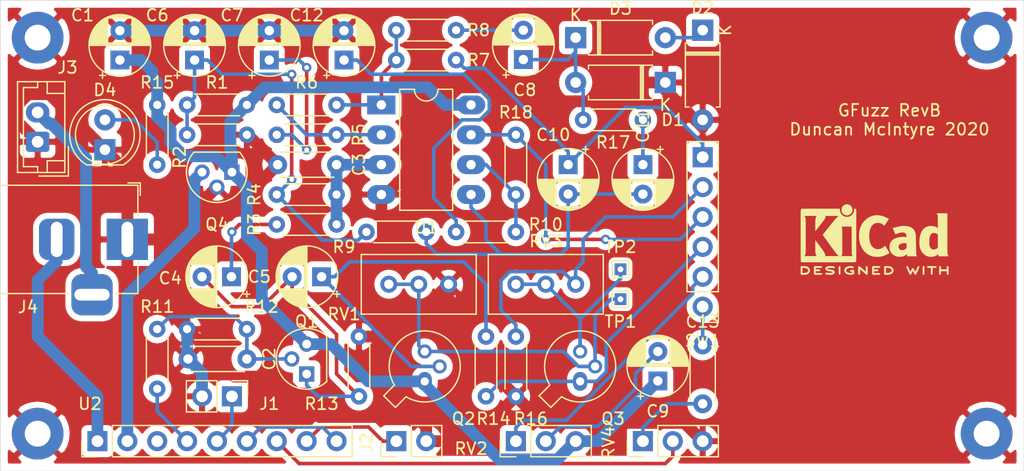
<source format=kicad_pcb>
(kicad_pcb (version 20171130) (host pcbnew "(5.1.4)-1")
  (layers (0 F.Cu signal hide) (31 B.Cu signal hide) (34 B.Paste user) (35 F.Paste user) (36 B.SilkS user) (37 F.SilkS user) (38 B.Mask user) (39 F.Mask user) (44 Edge.Cuts user))
  (net 0 "")
  (net 1 GND)
  (net 2 "Net-(C2-Pad1)")
  (net 3 "Net-(C3-Pad1)")
  (net 4 "Net-(C4-Pad2)")
  (net 5 "Net-(C4-Pad1)")
  (net 6 "Net-(C5-Pad1)")
  (net 7 "Net-(C7-Pad1)")
  (net 8 "Net-(C8-Pad2)")
  (net 9 "Net-(C8-Pad1)")
  (net 10 "Net-(C9-Pad2)")
  (net 11 "Net-(C10-Pad2)")
  (net 12 "Net-(C10-Pad1)")
  (net 13 "Net-(C11-Pad1)")
  (net 14 "Net-(C12-Pad1)")
  (net 15 "Net-(C13-Pad2)")
  (net 16 "Net-(C13-Pad1)")
  (net 17 "Net-(D2-Pad1)")
  (net 18 "Net-(J1-Pad1)")
  (net 19 "Net-(J2-Pad1)")
  (net 20 "Net-(Q3-Pad3)")
  (net 21 "Net-(Q3-Pad1)")
  (net 22 "Net-(R5-Pad1)")
  (net 23 "Net-(R6-Pad1)")
  (net 24 "Net-(R10-Pad1)")
  (net 25 "Net-(R16-Pad2)")
  (net 26 "Net-(R18-Pad1)")
  (net 27 "Net-(RV2-Pad1)")
  (net 28 "Net-(Q2-Pad3)")
  (net 29 +9VA)
  (net 30 "Net-(C6-Pad1)")
  (net 31 "Net-(D4-Pad2)")
  (net 32 INPUT)
  (net 33 OUTPUT)
  (net 34 "Net-(U2-Pad6)")
  (net 35 "Net-(U2-Pad3)")
  (net 36 9VBAT)
  (net 37 9VPSU)
  (net 38 9VSW)
  (module Connector_PinHeader_2.54mm:PinHeader_1x06_P2.54mm_Vertical (layer F.Cu) (at 153.67 109.855 180)
    (fp_text reference SW1 (at 0 -2.921 180) (layer F.SilkS))
    (fp_text value SW_DPDT_x2)
    (pad 6 thru_hole oval (at 0 10.16 180) (size 1.7 1.7) (drill 1) (layers *.Cu *.Mask) (net 25 "Net-(R16-Pad2)"))
    (pad 5 thru_hole oval (at 0 0 180) (size 1.7 1.7) (drill 1) (layers *.Cu *.Mask) (net 15 "Net-(C13-Pad2)"))
    (pad 4 thru_hole oval (at 0 7.62 180) (size 1.7 1.7) (drill 1) (layers *.Cu *.Mask) (net 26 "Net-(R18-Pad1)"))
    (pad 3 thru_hole oval (at 0 5.08 180) (size 1.7 1.7) (drill 1) (layers *.Cu *.Mask) (net 21 "Net-(Q3-Pad1)"))
    (pad 2 thru_hole oval (at 0 2.54 180) (size 1.7 1.7) (drill 1) (layers *.Cu *.Mask) (net 27 "Net-(RV2-Pad1)"))
    (pad 1 thru_hole rect (at 0 12.7 180) (size 1.7 1.7) (drill 1) (layers *.Cu *.Mask) (net 12 "Net-(C10-Pad1)"))
  )
  (module Symbol:KiCad-Logo2_5mm_SilkScreen (layer F.Cu) (at 168.275 104.14)
    (fp_text reference REF** hide)
    (fp_text value KiCad-Logo2_5mm_SilkScreen hide)
  )
  (module Package_TO_SOT_THT:TO-18-3 (layer F.Cu) (at 143.256 116.205 90)
    (fp_text reference Q3 (at -3.175 2.794 180) (layer F.SilkS))
    (fp_text value Q_PNP_CBE)
    (pad 3 thru_hole oval (at 2.54 0 90) (size 1.2 1.2) (drill 0.7) (layers *.Cu *.Mask) (net 20 "Net-(Q3-Pad3)"))
    (pad 2 thru_hole oval (at 1.27 1.27 90) (size 1.2 1.2) (drill 0.7) (layers *.Cu *.Mask) (net 28 "Net-(Q2-Pad3)"))
    (pad 1 thru_hole oval (at 0 0 90) (size 1.6 1.2) (drill 0.7) (layers *.Cu *.Mask) (net 21 "Net-(Q3-Pad1)"))
  )
  (module Connector_PinHeader_2.54mm:PinHeader_1x09_P2.54mm_Vertical (layer F.Cu) (at 102.235 121.285 90)
    (fp_text reference U2 (at 3.175 -0.635 180) (layer F.SilkS))
    (fp_text value SW_STOMP)
    (pad 9 thru_hole oval (at 0 20.32 90) (size 1.7 1.7) (drill 1) (layers *.Cu *.Mask) (net 34 "Net-(U2-Pad6)"))
    (pad 8 thru_hole oval (at 0 17.78 90) (size 1.7 1.7) (drill 1) (layers *.Cu *.Mask) (net 19 "Net-(J2-Pad1)"))
    (pad 7 thru_hole oval (at 0 15.24 90) (size 1.7 1.7) (drill 1) (layers *.Cu *.Mask) (net 33 OUTPUT))
    (pad 6 thru_hole oval (at 0 12.7 90) (size 1.7 1.7) (drill 1) (layers *.Cu *.Mask) (net 34 "Net-(U2-Pad6)"))
    (pad 5 thru_hole oval (at 0 10.16 90) (size 1.7 1.7) (drill 1) (layers *.Cu *.Mask) (net 18 "Net-(J1-Pad1)"))
    (pad 4 thru_hole oval (at 0 7.62 90) (size 1.7 1.7) (drill 1) (layers *.Cu *.Mask) (net 32 INPUT))
    (pad 3 thru_hole oval (at 0 5.08 90) (size 1.7 1.7) (drill 1) (layers *.Cu *.Mask) (net 35 "Net-(U2-Pad3)"))
    (pad 2 thru_hole oval (at 0 2.54 90) (size 1.7 1.7) (drill 1) (layers *.Cu *.Mask) (net 38 9VSW))
    (pad 1 thru_hole rect (at 0 0 90) (size 1.7 1.7) (drill 1) (layers *.Cu *.Mask) (net 37 9VPSU))
  )
  (module TestPoint:TestPoint_THTPad_1.0x1.0mm_Drill0.5mm (layer F.Cu) (at 146.685 106.68 180)
    (fp_text reference TP2 (at 0 1.905) (layer F.SilkS))
    (fp_text value TestPoint)
    (pad 1 thru_hole rect (at 0 0 180) (size 1 1) (drill 0.5) (layers *.Cu *.Mask) (net 20 "Net-(Q3-Pad3)"))
  )
  (module TestPoint:TestPoint_THTPad_1.0x1.0mm_Drill0.5mm (layer F.Cu) (at 146.685 109.22 90)
    (fp_text reference TP1 (at -1.905 0 180) (layer F.SilkS))
    (fp_text value TestPoint)
    (pad 1 thru_hole rect (at 0 0 90) (size 1 1) (drill 0.5) (layers *.Cu *.Mask) (net 28 "Net-(Q2-Pad3)"))
  )
  (module Connector_JST:JST_EH_B2B-EH-A_1x02_P2.50mm_Vertical (layer F.Cu) (at 97.155 95.845 90)
    (fp_text reference J3 (at 6.31 2.54 180) (layer F.SilkS))
    (fp_text value Conn_01x02)
    (pad 2 thru_hole oval (at 2.5 0 90) (size 1.7 2) (drill 1) (layers *.Cu *.Mask) (net 36 9VBAT))
    (pad 1 thru_hole roundrect (at 0 0 90) (size 1.7 2) (drill 1) (layers *.Cu *.Mask) (roundrect_rratio 0.147059) (net 1 GND))
  )
  (module Capacitor_THT:CP_Radial_D5.0mm_P2.50mm (layer F.Cu) (at 104.14 88.9 90)
    (fp_text reference C1 (at 3.81 -3.175 180) (layer F.SilkS))
    (fp_text value 100u)
    (pad 2 thru_hole circle (at 2.5 0 90) (size 1.6 1.6) (drill 0.8) (layers *.Cu *.Mask) (net 1 GND))
    (pad 1 thru_hole rect (at 0 0 90) (size 1.6 1.6) (drill 0.8) (layers *.Cu *.Mask) (net 29 +9VA))
  )
  (module MountingHole:MountingHole_2.2mm_M2_Pad (layer F.Cu) (at 177.8 86.995)
    (fp_text reference REF** hide)
    (fp_text value MountingHole_2.2mm_M2_Pad)
    (pad 1 thru_hole circle (at 0 0) (size 4.4 4.4) (drill 2.2) (layers *.Cu *.Mask) (net 1 GND))
  )
  (module MountingHole:MountingHole_2.2mm_M2_Pad (layer F.Cu) (at 97.155 86.995)
    (fp_text reference REF** hide)
    (fp_text value MountingHole_2.2mm_M2_Pad)
    (pad 1 thru_hole circle (at 0 0) (size 4.4 4.4) (drill 2.2) (layers *.Cu *.Mask) (net 1 GND))
  )
  (module MountingHole:MountingHole_2.2mm_M2_Pad (layer F.Cu) (at 177.8 120.65)
    (fp_text reference REF** hide)
    (fp_text value MountingHole_2.2mm_M2_Pad)
    (pad 1 thru_hole circle (at 0 0) (size 4.4 4.4) (drill 2.2) (layers *.Cu *.Mask) (net 1 GND))
  )
  (module MountingHole:MountingHole_2.2mm_M2_Pad (layer F.Cu) (at 97.155 120.65)
    (fp_text reference REF** hide)
    (fp_text value MountingHole_2.2mm_M2_Pad)
    (pad 1 thru_hole circle (at 0 0) (size 4.4 4.4) (drill 2.2) (layers *.Cu *.Mask) (net 1 GND))
  )
  (module Capacitor_THT:CP_Radial_D5.0mm_P2.50mm (layer F.Cu) (at 110.49 88.9 90)
    (fp_text reference C6 (at 3.81 -3.175 180) (layer F.SilkS))
    (fp_text value 100u)
    (pad 2 thru_hole circle (at 2.5 0 90) (size 1.6 1.6) (drill 0.8) (layers *.Cu *.Mask) (net 1 GND))
    (pad 1 thru_hole rect (at 0 0 90) (size 1.6 1.6) (drill 0.8) (layers *.Cu *.Mask) (net 30 "Net-(C6-Pad1)"))
  )
  (module Potentiometer_THT:Potentiometer_Bourns_3296W_Vertical (layer F.Cu) (at 142.875 107.95)
    (fp_text reference RV3 (at -2.54 -3.66) (layer F.SilkS))
    (fp_text value 15K)
    (pad 3 thru_hole circle (at -5.08 0) (size 1.44 1.44) (drill 0.8) (layers *.Cu *.Mask) (net 20 "Net-(Q3-Pad3)"))
    (pad 2 thru_hole circle (at -2.54 0) (size 1.44 1.44) (drill 0.8) (layers *.Cu *.Mask) (net 20 "Net-(Q3-Pad3)"))
    (pad 1 thru_hole circle (at 0 0) (size 1.44 1.44) (drill 0.8) (layers *.Cu *.Mask) (net 25 "Net-(R16-Pad2)"))
  )
  (module Potentiometer_THT:Potentiometer_Bourns_3296W_Vertical (layer F.Cu) (at 132.08 107.95)
    (fp_text reference RV1 (at -8.89 2.54) (layer F.SilkS))
    (fp_text value 47K)
    (pad 3 thru_hole circle (at -5.08 0) (size 1.44 1.44) (drill 0.8) (layers *.Cu *.Mask) (net 28 "Net-(Q2-Pad3)"))
    (pad 2 thru_hole circle (at -2.54 0) (size 1.44 1.44) (drill 0.8) (layers *.Cu *.Mask) (net 28 "Net-(Q2-Pad3)"))
    (pad 1 thru_hole circle (at 0 0) (size 1.44 1.44) (drill 0.8) (layers *.Cu *.Mask) (net 1 GND))
  )
  (module Diode_THT:D_A-405_P7.62mm_Horizontal (layer F.Cu) (at 142.875 86.995)
    (fp_text reference D3 (at 3.81 -2.47) (layer F.SilkS))
    (fp_text value D)
    (fp_text user K (at 0 -1.9) (layer F.SilkS))
    (pad 2 thru_hole oval (at 7.62 0) (size 1.8 1.8) (drill 0.9) (layers *.Cu *.Mask) (net 17 "Net-(D2-Pad1)"))
    (pad 1 thru_hole rect (at 0 0) (size 1.8 1.8) (drill 0.9) (layers *.Cu *.Mask) (net 9 "Net-(C8-Pad1)"))
  )
  (module Diode_THT:D_A-405_P7.62mm_Horizontal (layer F.Cu) (at 153.67 86.36 270)
    (fp_text reference D2 (at -1.905 0 180) (layer F.SilkS))
    (fp_text value D)
    (fp_text user K (at 0 -1.9 90) (layer F.SilkS))
    (pad 2 thru_hole oval (at 7.62 0 270) (size 1.8 1.8) (drill 0.9) (layers *.Cu *.Mask) (net 1 GND))
    (pad 1 thru_hole rect (at 0 0 270) (size 1.8 1.8) (drill 0.9) (layers *.Cu *.Mask) (net 17 "Net-(D2-Pad1)"))
  )
  (module Diode_THT:D_A-405_P7.62mm_Horizontal (layer F.Cu) (at 150.495 90.805 180)
    (fp_text reference D1 (at -0.635 -3.175) (layer F.SilkS))
    (fp_text value D)
    (fp_text user K (at 0 -1.9) (layer F.SilkS))
    (pad 2 thru_hole oval (at 7.62 0 180) (size 1.8 1.8) (drill 0.9) (layers *.Cu *.Mask) (net 9 "Net-(C8-Pad1)"))
    (pad 1 thru_hole rect (at 0 0 180) (size 1.8 1.8) (drill 0.9) (layers *.Cu *.Mask) (net 1 GND))
  )
  (module Resistor_THT:R_Axial_DIN0204_L3.6mm_D1.6mm_P5.08mm_Horizontal (layer F.Cu) (at 137.795 95.25 270)
    (fp_text reference R18 (at -1.905 0 180) (layer F.SilkS))
    (fp_text value 2k2)
    (pad 2 thru_hole oval (at 5.08 0 270) (size 1.4 1.4) (drill 0.7) (layers *.Cu *.Mask) (net 24 "Net-(R10-Pad1)"))
    (pad 1 thru_hole circle (at 0 0 270) (size 1.4 1.4) (drill 0.7) (layers *.Cu *.Mask) (net 26 "Net-(R18-Pad1)"))
  )
  (module Resistor_THT:R_Axial_DIN0204_L3.6mm_D1.6mm_P5.08mm_Horizontal (layer F.Cu) (at 148.59 93.98 180)
    (fp_text reference R17 (at 2.54 -1.92) (layer F.SilkS))
    (fp_text value 1K)
    (pad 2 thru_hole oval (at 5.08 0 180) (size 1.4 1.4) (drill 0.7) (layers *.Cu *.Mask) (net 9 "Net-(C8-Pad1)"))
    (pad 1 thru_hole circle (at 0 0 180) (size 1.4 1.4) (drill 0.7) (layers *.Cu *.Mask) (net 13 "Net-(C11-Pad1)"))
  )
  (module Resistor_THT:R_Axial_DIN0204_L3.6mm_D1.6mm_P5.08mm_Horizontal (layer F.Cu) (at 137.795 117.475 90)
    (fp_text reference R16 (at -1.905 1.27 180) (layer F.SilkS))
    (fp_text value 470)
    (pad 2 thru_hole oval (at 5.08 0 90) (size 1.4 1.4) (drill 0.7) (layers *.Cu *.Mask) (net 25 "Net-(R16-Pad2)"))
    (pad 1 thru_hole circle (at 0 0 90) (size 1.4 1.4) (drill 0.7) (layers *.Cu *.Mask) (net 1 GND))
  )
  (module Resistor_THT:R_Axial_DIN0204_L3.6mm_D1.6mm_P5.08mm_Horizontal (layer F.Cu) (at 107.315 92.71 270)
    (fp_text reference R15 (at -1.905 0 180) (layer F.SilkS))
    (fp_text value 4k7)
    (pad 2 thru_hole oval (at 5.08 0 270) (size 1.4 1.4) (drill 0.7) (layers *.Cu *.Mask) (net 31 "Net-(D4-Pad2)"))
    (pad 1 thru_hole circle (at 0 0 270) (size 1.4 1.4) (drill 0.7) (layers *.Cu *.Mask) (net 29 +9VA))
  )
  (module Resistor_THT:R_Axial_DIN0204_L3.6mm_D1.6mm_P5.08mm_Horizontal (layer F.Cu) (at 135.255 117.475 90)
    (fp_text reference R14 (at -1.905 0.635 180) (layer F.SilkS))
    (fp_text value 100k)
    (pad 2 thru_hole oval (at 5.08 0 90) (size 1.4 1.4) (drill 0.7) (layers *.Cu *.Mask) (net 6 "Net-(C5-Pad1)"))
    (pad 1 thru_hole circle (at 0 0 90) (size 1.4 1.4) (drill 0.7) (layers *.Cu *.Mask) (net 21 "Net-(Q3-Pad1)"))
  )
  (module Resistor_THT:R_Axial_DIN0204_L3.6mm_D1.6mm_P5.08mm_Horizontal (layer F.Cu) (at 124.46 117.475 90)
    (fp_text reference R13 (at -0.635 -3.175 180) (layer F.SilkS))
    (fp_text value 1k)
    (pad 2 thru_hole oval (at 5.08 0 90) (size 1.4 1.4) (drill 0.7) (layers *.Cu *.Mask) (net 1 GND))
    (pad 1 thru_hole circle (at 0 0 90) (size 1.4 1.4) (drill 0.7) (layers *.Cu *.Mask) (net 4 "Net-(C4-Pad2)"))
  )
  (module Resistor_THT:R_Axial_DIN0204_L3.6mm_D1.6mm_P5.08mm_Horizontal (layer F.Cu) (at 114.935 111.76 180)
    (fp_text reference R12 (at -1.27 1.905 180) (layer F.SilkS))
    (fp_text value 1M)
    (pad 2 thru_hole oval (at 5.08 0 180) (size 1.4 1.4) (drill 0.7) (layers *.Cu *.Mask) (net 1 GND))
    (pad 1 thru_hole circle (at 0 0 180) (size 1.4 1.4) (drill 0.7) (layers *.Cu *.Mask) (net 2 "Net-(C2-Pad1)"))
  )
  (module Resistor_THT:R_Axial_DIN0204_L3.6mm_D1.6mm_P5.08mm_Horizontal (layer F.Cu) (at 107.315 111.76 270)
    (fp_text reference R11 (at -1.905 0 180) (layer F.SilkS))
    (fp_text value 10k)
    (pad 2 thru_hole oval (at 5.08 0 270) (size 1.4 1.4) (drill 0.7) (layers *.Cu *.Mask) (net 32 INPUT))
    (pad 1 thru_hole circle (at 0 0 270) (size 1.4 1.4) (drill 0.7) (layers *.Cu *.Mask) (net 2 "Net-(C2-Pad1)"))
  )
  (module Resistor_THT:R_Axial_DIN0204_L3.6mm_D1.6mm_P5.08mm_Horizontal (layer F.Cu) (at 137.795 103.505 180)
    (fp_text reference R10 (at -2.54 0.635) (layer F.SilkS))
    (fp_text value 1K)
    (pad 2 thru_hole oval (at 5.08 0 180) (size 1.4 1.4) (drill 0.7) (layers *.Cu *.Mask) (net 14 "Net-(C12-Pad1)"))
    (pad 1 thru_hole circle (at 0 0 180) (size 1.4 1.4) (drill 0.7) (layers *.Cu *.Mask) (net 24 "Net-(R10-Pad1)"))
  )
  (module Resistor_THT:R_Axial_DIN0204_L3.6mm_D1.6mm_P5.08mm_Horizontal (layer F.Cu) (at 130.175 103.505 180)
    (fp_text reference R9 (at 6.985 -1.27) (layer F.SilkS))
    (fp_text value 10k)
    (pad 2 thru_hole oval (at 5.08 0 180) (size 1.4 1.4) (drill 0.7) (layers *.Cu *.Mask) (net 30 "Net-(C6-Pad1)"))
    (pad 1 thru_hole circle (at 0 0 180) (size 1.4 1.4) (drill 0.7) (layers *.Cu *.Mask) (net 11 "Net-(C10-Pad2)"))
  )
  (module Resistor_THT:R_Axial_DIN0204_L3.6mm_D1.6mm_P5.08mm_Horizontal (layer F.Cu) (at 132.715 86.36 180)
    (fp_text reference R8 (at -1.905 0) (layer F.SilkS))
    (fp_text value 1k)
    (pad 2 thru_hole oval (at 5.08 0 180) (size 1.4 1.4) (drill 0.7) (layers *.Cu *.Mask) (net 23 "Net-(R6-Pad1)"))
    (pad 1 thru_hole circle (at 0 0 180) (size 1.4 1.4) (drill 0.7) (layers *.Cu *.Mask) (net 8 "Net-(C8-Pad2)"))
  )
  (module Resistor_THT:R_Axial_DIN0204_L3.6mm_D1.6mm_P5.08mm_Horizontal (layer F.Cu) (at 132.715 88.9 180)
    (fp_text reference R7 (at -1.905 0) (layer F.SilkS))
    (fp_text value 1K)
    (pad 2 thru_hole oval (at 5.08 0 180) (size 1.4 1.4) (drill 0.7) (layers *.Cu *.Mask) (net 23 "Net-(R6-Pad1)"))
    (pad 1 thru_hole circle (at 0 0 180) (size 1.4 1.4) (drill 0.7) (layers *.Cu *.Mask) (net 12 "Net-(C10-Pad1)"))
  )
  (module Resistor_THT:R_Axial_DIN0204_L3.6mm_D1.6mm_P5.08mm_Horizontal (layer F.Cu) (at 122.555 92.71 180)
    (fp_text reference R6 (at 2.54 1.905 180) (layer F.SilkS))
    (fp_text value 33k)
    (pad 2 thru_hole oval (at 5.08 0 180) (size 1.4 1.4) (drill 0.7) (layers *.Cu *.Mask) (net 22 "Net-(R5-Pad1)"))
    (pad 1 thru_hole circle (at 0 0 180) (size 1.4 1.4) (drill 0.7) (layers *.Cu *.Mask) (net 23 "Net-(R6-Pad1)"))
  )
  (module Resistor_THT:R_Axial_DIN0204_L3.6mm_D1.6mm_P5.08mm_Horizontal (layer F.Cu) (at 122.555 95.25 180)
    (fp_text reference R5 (at -1.905 0 90) (layer F.SilkS))
    (fp_text value 1k)
    (pad 2 thru_hole oval (at 5.08 0 180) (size 1.4 1.4) (drill 0.7) (layers *.Cu *.Mask) (net 7 "Net-(C7-Pad1)"))
    (pad 1 thru_hole circle (at 0 0 180) (size 1.4 1.4) (drill 0.7) (layers *.Cu *.Mask) (net 22 "Net-(R5-Pad1)"))
  )
  (module Resistor_THT:R_Axial_DIN0204_L3.6mm_D1.6mm_P5.08mm_Horizontal (layer F.Cu) (at 117.475 100.33)
    (fp_text reference R4 (at -1.905 0 90) (layer F.SilkS))
    (fp_text value 100K)
    (pad 2 thru_hole oval (at 5.08 0) (size 1.4 1.4) (drill 0.7) (layers *.Cu *.Mask) (net 3 "Net-(C3-Pad1)"))
    (pad 1 thru_hole circle (at 0 0) (size 1.4 1.4) (drill 0.7) (layers *.Cu *.Mask) (net 30 "Net-(C6-Pad1)"))
  )
  (module Resistor_THT:R_Axial_DIN0204_L3.6mm_D1.6mm_P5.08mm_Horizontal (layer F.Cu) (at 122.555 102.87 180)
    (fp_text reference R3 (at 6.985 0 90) (layer F.SilkS))
    (fp_text value 10k)
    (pad 2 thru_hole oval (at 5.08 0 180) (size 1.4 1.4) (drill 0.7) (layers *.Cu *.Mask) (net 5 "Net-(C4-Pad1)"))
    (pad 1 thru_hole circle (at 0 0 180) (size 1.4 1.4) (drill 0.7) (layers *.Cu *.Mask) (net 3 "Net-(C3-Pad1)"))
  )
  (module Resistor_THT:R_Axial_DIN0204_L3.6mm_D1.6mm_P5.08mm_Horizontal (layer F.Cu) (at 109.855 95.25)
    (fp_text reference R2 (at -0.635 1.905 90) (layer F.SilkS))
    (fp_text value 10k)
    (pad 2 thru_hole oval (at 5.08 0) (size 1.4 1.4) (drill 0.7) (layers *.Cu *.Mask) (net 1 GND))
    (pad 1 thru_hole circle (at 0 0) (size 1.4 1.4) (drill 0.7) (layers *.Cu *.Mask) (net 30 "Net-(C6-Pad1)"))
  )
  (module Resistor_THT:R_Axial_DIN0204_L3.6mm_D1.6mm_P5.08mm_Horizontal (layer F.Cu) (at 109.855 92.71)
    (fp_text reference R1 (at 2.54 -1.905) (layer F.SilkS))
    (fp_text value 10k)
    (pad 2 thru_hole oval (at 5.08 0) (size 1.4 1.4) (drill 0.7) (layers *.Cu *.Mask) (net 29 +9VA))
    (pad 1 thru_hole circle (at 0 0) (size 1.4 1.4) (drill 0.7) (layers *.Cu *.Mask) (net 30 "Net-(C6-Pad1)"))
  )
  (module Connector_BarrelJack:BarrelJack_Horizontal (layer F.Cu) (at 104.775 104.14)
    (fp_text reference J4 (at -8.45 5.75) (layer F.SilkS))
    (fp_text value Barrel_Jack_Switch_MountingPin)
    (pad 3 thru_hole roundrect (at -3 4.7) (size 3.5 3.5) (drill oval 3 1) (layers *.Cu *.Mask) (net 36 9VBAT))
    (pad 2 thru_hole roundrect (at -6 0) (size 3 3.5) (drill oval 1 3) (layers *.Cu *.Mask) (net 37 9VPSU))
    (pad 1 thru_hole rect (at 0 0) (size 3.5 3.5) (drill oval 1 3) (layers *.Cu *.Mask) (net 1 GND))
  )
  (module Package_TO_SOT_THT:TO-92L (layer F.Cu) (at 113.665 98.425 180)
    (fp_text reference Q4 (at 1.27 -4.445) (layer F.SilkS))
    (fp_text value TP0604N3-G)
    (pad 1 thru_hole rect (at 0 0 270) (size 1.3 1.3) (drill 0.75) (layers *.Cu *.Mask) (net 29 +9VA))
    (pad 3 thru_hole circle (at 2.54 0 270) (size 1.3 1.3) (drill 0.75) (layers *.Cu *.Mask) (net 38 9VSW))
    (pad 2 thru_hole circle (at 1.28 -1.27 270) (size 1.3 1.3) (drill 0.75) (layers *.Cu *.Mask) (net 1 GND))
  )
  (module Package_TO_SOT_THT:TO-92L (layer F.Cu) (at 120.015 115.58 90)
    (fp_text reference Q1 (at 4.455 0 180) (layer F.SilkS))
    (fp_text value Q_NJFET_DGS)
    (pad 1 thru_hole rect (at 0 0 180) (size 1.3 1.3) (drill 0.75) (layers *.Cu *.Mask) (net 4 "Net-(C4-Pad2)"))
    (pad 3 thru_hole circle (at 2.54 0 180) (size 1.3 1.3) (drill 0.75) (layers *.Cu *.Mask) (net 29 +9VA))
    (pad 2 thru_hole circle (at 1.28 -1.27 180) (size 1.3 1.3) (drill 0.75) (layers *.Cu *.Mask) (net 2 "Net-(C2-Pad1)"))
  )
  (module LED_THT:LED_D5.0mm (layer F.Cu) (at 102.87 96.52 90)
    (fp_text reference D4 (at 5.08 0 180) (layer F.SilkS))
    (fp_text value LED)
    (pad 2 thru_hole circle (at 2.54 0 90) (size 1.8 1.8) (drill 0.9) (layers *.Cu *.Mask) (net 31 "Net-(D4-Pad2)"))
    (pad 1 thru_hole rect (at 0 0 90) (size 1.8 1.8) (drill 0.9) (layers *.Cu *.Mask) (net 1 GND))
  )
  (module Package_DIP:DIP-8_W7.62mm_LongPads (layer F.Cu) (at 126.365 92.71)
    (fp_text reference U1 (at 3.81 10.414) (layer F.SilkS))
    (fp_text value TL072)
    (pad 8 thru_hole oval (at 7.62 0) (size 2.4 1.6) (drill 0.8) (layers *.Cu *.Mask) (net 29 +9VA))
    (pad 4 thru_hole oval (at 0 7.62) (size 2.4 1.6) (drill 0.8) (layers *.Cu *.Mask) (net 1 GND))
    (pad 7 thru_hole oval (at 7.62 2.54) (size 2.4 1.6) (drill 0.8) (layers *.Cu *.Mask) (net 26 "Net-(R18-Pad1)"))
    (pad 3 thru_hole oval (at 0 5.08) (size 2.4 1.6) (drill 0.8) (layers *.Cu *.Mask) (net 3 "Net-(C3-Pad1)"))
    (pad 6 thru_hole oval (at 7.62 5.08) (size 2.4 1.6) (drill 0.8) (layers *.Cu *.Mask) (net 24 "Net-(R10-Pad1)"))
    (pad 2 thru_hole oval (at 0 2.54) (size 2.4 1.6) (drill 0.8) (layers *.Cu *.Mask) (net 22 "Net-(R5-Pad1)"))
    (pad 5 thru_hole oval (at 7.62 7.62) (size 2.4 1.6) (drill 0.8) (layers *.Cu *.Mask) (net 11 "Net-(C10-Pad2)"))
    (pad 1 thru_hole rect (at 0 0) (size 2.4 1.6) (drill 0.8) (layers *.Cu *.Mask) (net 23 "Net-(R6-Pad1)"))
  )
  (module Connector_PinHeader_2.54mm:PinHeader_1x03_P2.54mm_Vertical (layer F.Cu) (at 148.59 121.285 90)
    (fp_text reference RV4 (at -0.127 -2.921 90) (layer F.SilkS))
    (fp_text value 100k)
    (pad 3 thru_hole oval (at 0 5.08 90) (size 1.7 1.7) (drill 1) (layers *.Cu *.Mask) (net 1 GND))
    (pad 2 thru_hole oval (at 0 2.54 90) (size 1.7 1.7) (drill 1) (layers *.Cu *.Mask) (net 33 OUTPUT))
    (pad 1 thru_hole rect (at 0 0 90) (size 1.7 1.7) (drill 1) (layers *.Cu *.Mask) (net 16 "Net-(C13-Pad1)"))
  )
  (module Connector_PinHeader_2.54mm:PinHeader_1x03_P2.54mm_Vertical (layer F.Cu) (at 137.795 121.285 90)
    (fp_text reference RV2 (at -0.635 -3.81 180) (layer F.SilkS))
    (fp_text value 1k)
    (pad 3 thru_hole oval (at 0 5.08 90) (size 1.7 1.7) (drill 1) (layers *.Cu *.Mask) (net 29 +9VA))
    (pad 2 thru_hole oval (at 0 2.54 90) (size 1.7 1.7) (drill 1) (layers *.Cu *.Mask) (net 10 "Net-(C9-Pad2)"))
    (pad 1 thru_hole rect (at 0 0 90) (size 1.7 1.7) (drill 1) (layers *.Cu *.Mask) (net 27 "Net-(RV2-Pad1)"))
  )
  (module Package_TO_SOT_THT:TO-18-3 (layer F.Cu) (at 130.048 116.205 90)
    (fp_text reference Q2 (at -3.175 3.302 180) (layer F.SilkS))
    (fp_text value Q_PNP_CBE)
    (pad 3 thru_hole oval (at 2.54 0 90) (size 1.2 1.2) (drill 0.7) (layers *.Cu *.Mask) (net 28 "Net-(Q2-Pad3)"))
    (pad 2 thru_hole oval (at 1.27 1.27 90) (size 1.2 1.2) (drill 0.7) (layers *.Cu *.Mask) (net 6 "Net-(C5-Pad1)"))
    (pad 1 thru_hole oval (at 0 0 90) (size 1.6 1.2) (drill 0.7) (layers *.Cu *.Mask) (net 29 +9VA))
  )
  (module Connector_PinHeader_2.54mm:PinHeader_1x02_P2.54mm_Vertical (layer F.Cu) (at 127.635 121.285 90)
    (fp_text reference J2 (at -0.127 -2.54 90) (layer F.SilkS))
    (fp_text value Conn_Coaxial)
    (pad 2 thru_hole oval (at 0 2.54 90) (size 1.7 1.7) (drill 1) (layers *.Cu *.Mask) (net 1 GND))
    (pad 1 thru_hole rect (at 0 0 90) (size 1.7 1.7) (drill 1) (layers *.Cu *.Mask) (net 19 "Net-(J2-Pad1)"))
  )
  (module Connector_PinHeader_2.54mm:PinHeader_1x02_P2.54mm_Vertical (layer F.Cu) (at 113.665 117.475 270)
    (fp_text reference J1 (at 0.635 -3.175 180) (layer F.SilkS))
    (fp_text value Conn_Coaxial)
    (pad 2 thru_hole oval (at 0 2.54 270) (size 1.7 1.7) (drill 1) (layers *.Cu *.Mask) (net 1 GND))
    (pad 1 thru_hole rect (at 0 0 270) (size 1.7 1.7) (drill 1) (layers *.Cu *.Mask) (net 18 "Net-(J1-Pad1)"))
  )
  (module Capacitor_THT:C_Disc_D4.3mm_W1.9mm_P5.00mm (layer F.Cu) (at 153.67 118.11 90)
    (fp_text reference C13 (at 6.985 0 180) (layer F.SilkS))
    (fp_text value 100n)
    (pad 2 thru_hole circle (at 5 0 90) (size 1.6 1.6) (drill 0.8) (layers *.Cu *.Mask) (net 15 "Net-(C13-Pad2)"))
    (pad 1 thru_hole circle (at 0 0 90) (size 1.6 1.6) (drill 0.8) (layers *.Cu *.Mask) (net 16 "Net-(C13-Pad1)"))
  )
  (module Capacitor_THT:CP_Radial_D5.0mm_P2.50mm (layer F.Cu) (at 123.19 88.9 90)
    (fp_text reference C12 (at 3.81 -3.175 180) (layer F.SilkS))
    (fp_text value 10u)
    (pad 2 thru_hole circle (at 2.5 0 90) (size 1.6 1.6) (drill 0.8) (layers *.Cu *.Mask) (net 1 GND))
    (pad 1 thru_hole rect (at 0 0 90) (size 1.6 1.6) (drill 0.8) (layers *.Cu *.Mask) (net 14 "Net-(C12-Pad1)"))
  )
  (module Capacitor_THT:CP_Radial_D5.0mm_P2.50mm (layer F.Cu) (at 148.59 97.79 270)
    (fp_text reference C11 (at -3.302 0 90) (layer F.SilkS))
    (fp_text value 10u)
    (pad 2 thru_hole circle (at 2.5 0 270) (size 1.6 1.6) (drill 0.8) (layers *.Cu *.Mask) (net 11 "Net-(C10-Pad2)"))
    (pad 1 thru_hole rect (at 0 0 270) (size 1.6 1.6) (drill 0.8) (layers *.Cu *.Mask) (net 13 "Net-(C11-Pad1)"))
  )
  (module Capacitor_THT:CP_Radial_D5.0mm_P2.50mm (layer F.Cu) (at 142.24 97.79 270)
    (fp_text reference C10 (at -2.54 1.27 180) (layer F.SilkS))
    (fp_text value 10u)
    (pad 2 thru_hole circle (at 2.5 0 270) (size 1.6 1.6) (drill 0.8) (layers *.Cu *.Mask) (net 11 "Net-(C10-Pad2)"))
    (pad 1 thru_hole rect (at 0 0 270) (size 1.6 1.6) (drill 0.8) (layers *.Cu *.Mask) (net 12 "Net-(C10-Pad1)"))
  )
  (module Capacitor_THT:CP_Radial_D5.0mm_P2.50mm (layer F.Cu) (at 149.86 116.165 90)
    (fp_text reference C9 (at -2.58 0 180) (layer F.SilkS))
    (fp_text value 20u)
    (pad 2 thru_hole circle (at 2.5 0 90) (size 1.6 1.6) (drill 0.8) (layers *.Cu *.Mask) (net 10 "Net-(C9-Pad2)"))
    (pad 1 thru_hole rect (at 0 0 90) (size 1.6 1.6) (drill 0.8) (layers *.Cu *.Mask) (net 29 +9VA))
  )
  (module Capacitor_THT:CP_Radial_D5.0mm_P2.50mm (layer F.Cu) (at 138.43 88.86 90)
    (fp_text reference C8 (at -2.58 0.127 180) (layer F.SilkS))
    (fp_text value 10u)
    (pad 2 thru_hole circle (at 2.5 0 90) (size 1.6 1.6) (drill 0.8) (layers *.Cu *.Mask) (net 8 "Net-(C8-Pad2)"))
    (pad 1 thru_hole rect (at 0 0 90) (size 1.6 1.6) (drill 0.8) (layers *.Cu *.Mask) (net 9 "Net-(C8-Pad1)"))
  )
  (module Capacitor_THT:CP_Radial_D5.0mm_P2.50mm (layer F.Cu) (at 116.84 88.9 90)
    (fp_text reference C7 (at 3.81 -3.175 180) (layer F.SilkS))
    (fp_text value 10u)
    (pad 2 thru_hole circle (at 2.5 0 90) (size 1.6 1.6) (drill 0.8) (layers *.Cu *.Mask) (net 1 GND))
    (pad 1 thru_hole rect (at 0 0 90) (size 1.6 1.6) (drill 0.8) (layers *.Cu *.Mask) (net 7 "Net-(C7-Pad1)"))
  )
  (module Capacitor_THT:CP_Radial_D5.0mm_P2.50mm (layer F.Cu) (at 121.285 107.315 180)
    (fp_text reference C5 (at 5.294 0) (layer F.SilkS))
    (fp_text value 2u2)
    (pad 2 thru_hole circle (at 2.5 0 180) (size 1.6 1.6) (drill 0.8) (layers *.Cu *.Mask) (net 4 "Net-(C4-Pad2)"))
    (pad 1 thru_hole rect (at 0 0 180) (size 1.6 1.6) (drill 0.8) (layers *.Cu *.Mask) (net 6 "Net-(C5-Pad1)"))
  )
  (module Capacitor_THT:CP_Radial_D5.0mm_P2.50mm (layer F.Cu) (at 113.625 107.315 180)
    (fp_text reference C4 (at 5.207 -0.127) (layer F.SilkS))
    (fp_text value 2u2)
    (pad 2 thru_hole circle (at 2.5 0 180) (size 1.6 1.6) (drill 0.8) (layers *.Cu *.Mask) (net 4 "Net-(C4-Pad2)"))
    (pad 1 thru_hole rect (at 0 0 180) (size 1.6 1.6) (drill 0.8) (layers *.Cu *.Mask) (net 5 "Net-(C4-Pad1)"))
  )
  (module Capacitor_THT:C_Disc_D4.3mm_W1.9mm_P5.00mm (layer F.Cu) (at 122.555 97.79 180)
    (fp_text reference C3 (at -1.905 0 90) (layer F.SilkS))
    (fp_text value 1n)
    (pad 2 thru_hole circle (at 5 0 180) (size 1.6 1.6) (drill 0.8) (layers *.Cu *.Mask) (net 1 GND))
    (pad 1 thru_hole circle (at 0 0 180) (size 1.6 1.6) (drill 0.8) (layers *.Cu *.Mask) (net 3 "Net-(C3-Pad1)"))
  )
  (module Capacitor_THT:C_Disc_D4.3mm_W1.9mm_P5.00mm (layer F.Cu) (at 114.935 114.3 180)
    (fp_text reference C2 (at -1.905 0 90) (layer F.SilkS))
    (fp_text value 1n)
    (pad 2 thru_hole circle (at 5 0 180) (size 1.6 1.6) (drill 0.8) (layers *.Cu *.Mask) (net 1 GND))
    (pad 1 thru_hole circle (at 0 0 180) (size 1.6 1.6) (drill 0.8) (layers *.Cu *.Mask) (net 2 "Net-(C2-Pad1)"))
  )
  (gr_text "GFuzz RevB\nDuncan McIntyre 2020" (at 169.545 93.98) (layer F.SilkS) (effects (font (size 1 1))))
  (gr_line (start 93.98 123.825) (end 93.98 83.82) (layer Edge.Cuts) (width 0.05))
  (gr_line (start 180.975 123.825) (end 93.98 123.825) (layer Edge.Cuts) (width 0.05))
  (gr_line (start 180.975 83.82) (end 180.975 123.825) (layer Edge.Cuts) (width 0.05))
  (gr_line (start 93.98 83.82) (end 180.975 83.82) (layer Edge.Cuts) (width 0.05))
  (segment (start 111.125 115.49) (end 109.935 114.3) (width 1) (layer B.Cu) (net 1))
  (segment (start 111.125 117.475) (end 111.125 115.49) (width 1) (layer B.Cu) (net 1))
  (segment (start 109.855 114.22) (end 109.935 114.3) (width 1) (layer B.Cu) (net 1))
  (segment (start 109.855 111.76) (end 109.855 114.22) (width 1) (layer B.Cu) (net 1))
  (segment (start 110.49 86.4) (end 116.84 86.4) (width 1) (layer B.Cu) (net 1))
  (segment (start 104.14 86.4) (end 110.49 86.4) (width 1) (layer B.Cu) (net 1))
  (segment (start 116.84 86.4) (end 123.19 86.4) (width 1) (layer B.Cu) (net 1))
  (segment (start 133.985 121.285) (end 137.795 117.475) (width 1) (layer F.Cu) (net 1))
  (segment (start 130.175 121.285) (end 133.985 121.285) (width 1) (layer F.Cu) (net 1))
  (segment (start 152.820001 120.435001) (end 153.67 121.285) (width 1) (layer F.Cu) (net 1))
  (segment (start 152.119999 119.734999) (end 152.820001 120.435001) (width 1) (layer F.Cu) (net 1))
  (segment (start 140.054999 119.734999) (end 152.119999 119.734999) (width 1) (layer F.Cu) (net 1))
  (segment (start 137.795 117.475) (end 140.054999 119.734999) (width 1) (layer F.Cu) (net 1))
  (segment (start 130.175 120.082919) (end 130.175 121.285) (width 1) (layer F.Cu) (net 1))
  (segment (start 129.32227 119.230189) (end 130.175 120.082919) (width 1) (layer F.Cu) (net 1))
  (segment (start 109.855 111.76) (end 113.895001 115.800001) (width 1) (layer F.Cu) (net 1))
  (segment (start 104.775 98.425) (end 102.87 96.52) (width 1) (layer F.Cu) (net 1))
  (segment (start 104.775 104.14) (end 104.775 98.425) (width 1) (layer F.Cu) (net 1))
  (segment (start 96.249447 94.939447) (end 97.155 95.845) (width 1) (layer F.Cu) (net 1))
  (segment (start 95.45499 94.14499) (end 96.249447 94.939447) (width 1) (layer F.Cu) (net 1))
  (segment (start 95.45499 92.702965) (end 95.45499 94.14499) (width 1) (layer F.Cu) (net 1))
  (segment (start 96.362965 91.79499) (end 95.45499 92.702965) (width 1) (layer F.Cu) (net 1))
  (segment (start 98.14499 91.79499) (end 96.362965 91.79499) (width 1) (layer F.Cu) (net 1))
  (segment (start 102.87 96.52) (end 98.14499 91.79499) (width 1) (layer F.Cu) (net 1))
  (segment (start 105.27137 86.4) (end 104.14 86.4) (width 1) (layer F.Cu) (net 1))
  (segment (start 105.640001 86.768631) (end 105.27137 86.4) (width 1) (layer F.Cu) (net 1))
  (segment (start 105.640001 100.524999) (end 105.640001 86.768631) (width 1) (layer F.Cu) (net 1))
  (segment (start 104.775 101.39) (end 105.640001 100.524999) (width 1) (layer F.Cu) (net 1))
  (segment (start 104.775 104.14) (end 104.775 101.39) (width 1) (layer F.Cu) (net 1))
  (segment (start 115.015 95.25) (end 117.555 97.79) (width 1) (layer F.Cu) (net 1))
  (segment (start 114.935 95.25) (end 115.015 95.25) (width 1) (layer F.Cu) (net 1))
  (segment (start 107.94 104.14) (end 112.385 99.695) (width 1) (layer F.Cu) (net 1))
  (segment (start 104.775 104.14) (end 107.94 104.14) (width 1) (layer F.Cu) (net 1))
  (segment (start 111.205 104.14) (end 117.555 97.79) (width 1) (layer F.Cu) (net 1))
  (segment (start 104.775 104.14) (end 111.205 104.14) (width 1) (layer F.Cu) (net 1))
  (segment (start 104.775 106.68) (end 109.855 111.76) (width 1) (layer F.Cu) (net 1))
  (segment (start 104.775 104.14) (end 104.775 106.68) (width 1) (layer F.Cu) (net 1))
  (segment (start 126.365 102.13) (end 126.365 100.33) (width 1) (layer F.Cu) (net 1))
  (segment (start 125.767001 104.905001) (end 126.495001 104.177001) (width 1) (layer F.Cu) (net 1))
  (segment (start 108.290001 104.905001) (end 125.767001 104.905001) (width 1) (layer F.Cu) (net 1))
  (segment (start 126.495001 102.260001) (end 126.365 102.13) (width 1) (layer F.Cu) (net 1))
  (segment (start 126.495001 104.177001) (end 126.495001 102.260001) (width 1) (layer F.Cu) (net 1))
  (segment (start 107.525 104.14) (end 108.290001 104.905001) (width 1) (layer F.Cu) (net 1))
  (segment (start 104.775 104.14) (end 107.525 104.14) (width 1) (layer F.Cu) (net 1))
  (segment (start 148.595 90.805) (end 150.495 90.805) (width 1) (layer F.Cu) (net 1))
  (segment (start 146.994999 92.405001) (end 148.595 90.805) (width 1) (layer F.Cu) (net 1))
  (segment (start 141.297019 92.405001) (end 146.994999 92.405001) (width 1) (layer F.Cu) (net 1))
  (segment (start 140.102008 91.20999) (end 141.297019 92.405001) (width 1) (layer F.Cu) (net 1))
  (segment (start 132.963676 91.20999) (end 140.102008 91.20999) (width 1) (layer F.Cu) (net 1))
  (segment (start 128.565 98.53) (end 128.565 95.608666) (width 1) (layer F.Cu) (net 1))
  (segment (start 128.565 95.608666) (end 132.963676 91.20999) (width 1) (layer F.Cu) (net 1))
  (segment (start 126.765 100.33) (end 128.565 98.53) (width 1) (layer F.Cu) (net 1))
  (segment (start 126.365 100.33) (end 126.765 100.33) (width 1) (layer F.Cu) (net 1))
  (segment (start 150.495 91.44) (end 153.67 94.615) (width 1) (layer F.Cu) (net 1))
  (segment (start 150.495 90.805) (end 150.495 91.44) (width 1) (layer F.Cu) (net 1))
  (segment (start 121.105187 119.230189) (end 129.32227 119.230189) (width 1) (layer F.Cu) (net 1))
  (segment (start 117.674999 115.800001) (end 121.105187 119.230189) (width 1) (layer F.Cu) (net 1))
  (segment (start 113.895001 115.800001) (end 117.674999 115.800001) (width 1) (layer F.Cu) (net 1))
  (segment (start 124.46 112.395) (end 127.635 112.395) (width 1) (layer F.Cu) (net 1))
  (segment (start 127.635 112.395) (end 132.08 107.95) (width 1) (layer F.Cu) (net 1))
  (segment (start 132.08 111.76) (end 137.795 117.475) (width 1) (layer F.Cu) (net 1))
  (segment (start 132.08 107.95) (end 132.08 111.76) (width 1) (layer F.Cu) (net 1))
  (segment (start 114.235001 111.060001) (end 114.935 111.76) (width 0.3048) (layer B.Cu) (net 2))
  (segment (start 113.882599 110.707599) (end 114.235001 111.060001) (width 0.3048) (layer B.Cu) (net 2))
  (segment (start 108.367401 110.707599) (end 113.882599 110.707599) (width 0.3048) (layer B.Cu) (net 2))
  (segment (start 107.315 111.76) (end 108.367401 110.707599) (width 0.3048) (layer B.Cu) (net 2))
  (segment (start 114.935 111.76) (end 114.935 114.3) (width 0.3048) (layer B.Cu) (net 2))
  (segment (start 114.935 114.3) (end 118.745 114.3) (width 0.3048) (layer B.Cu) (net 2))
  (segment (start 122.555 97.79) (end 126.365 97.79) (width 1) (layer B.Cu) (net 3))
  (segment (start 122.555 97.79) (end 122.555 100.33) (width 1) (layer B.Cu) (net 3))
  (segment (start 122.555 100.33) (end 122.555 102.87) (width 1) (layer B.Cu) (net 3))
  (segment (start 117.985001 108.114999) (end 118.785 107.315) (width 0.3048) (layer F.Cu) (net 4))
  (segment (start 116.245 109.855) (end 117.985001 108.114999) (width 0.3048) (layer F.Cu) (net 4))
  (segment (start 113.665 109.855) (end 116.245 109.855) (width 0.3048) (layer F.Cu) (net 4))
  (segment (start 111.125 107.315) (end 113.665 109.855) (width 0.3048) (layer F.Cu) (net 4))
  (segment (start 120.015 115.58) (end 120.015 116.5348) (width 0.3048) (layer B.Cu) (net 4))
  (segment (start 120.015 116.5348) (end 120.9552 117.475) (width 0.3048) (layer B.Cu) (net 4))
  (segment (start 120.9552 117.475) (end 123.470051 117.475) (width 0.3048) (layer B.Cu) (net 4))
  (segment (start 123.470051 117.475) (end 124.46 117.475) (width 0.3048) (layer B.Cu) (net 4))
  (segment (start 122.555 115.57) (end 124.46 117.475) (width 0.3048) (layer F.Cu) (net 4))
  (segment (start 118.785 107.315) (end 118.785 108.44637) (width 0.3048) (layer F.Cu) (net 4))
  (segment (start 118.785 108.44637) (end 122.555 112.21637) (width 0.3048) (layer F.Cu) (net 4))
  (segment (start 122.555 112.21637) (end 122.555 115.57) (width 0.3048) (layer F.Cu) (net 4))
  (via (at 113.665 103.505) (size 0.8) (drill 0.4) (layers F.Cu B.Cu) (net 5))
  (segment (start 113.625 107.315) (end 113.625 103.545) (width 0.3048) (layer B.Cu) (net 5))
  (segment (start 113.625 103.545) (end 113.665 103.505) (width 0.3048) (layer B.Cu) (net 5))
  (segment (start 114.3 102.87) (end 117.475 102.87) (width 0.3048) (layer F.Cu) (net 5))
  (segment (start 113.665 103.505) (end 114.3 102.87) (width 0.3048) (layer F.Cu) (net 5))
  (segment (start 135.255 107.95) (end 135.255 112.395) (width 0.3048) (layer B.Cu) (net 6))
  (segment (start 133.35 106.045) (end 135.255 107.95) (width 0.3048) (layer B.Cu) (net 6))
  (segment (start 123.6598 106.045) (end 133.35 106.045) (width 0.3048) (layer B.Cu) (net 6))
  (segment (start 121.285 107.315) (end 122.3898 107.315) (width 0.3048) (layer B.Cu) (net 6))
  (segment (start 122.3898 107.315) (end 123.6598 106.045) (width 0.3048) (layer B.Cu) (net 6))
  (segment (start 128.905 114.935) (end 121.285 107.315) (width 0.3048) (layer B.Cu) (net 6))
  (segment (start 131.318 114.935) (end 128.905 114.935) (width 0.3048) (layer B.Cu) (net 6))
  (via (at 120.015 89.535) (size 0.8) (drill 0.4) (layers F.Cu B.Cu) (net 7))
  (segment (start 116.84 88.9) (end 119.38 88.9) (width 0.3048) (layer B.Cu) (net 7))
  (segment (start 119.38 88.9) (end 120.015 89.535) (width 0.3048) (layer B.Cu) (net 7))
  (segment (start 120.015 89.535) (end 120.015 96.52) (width 0.3048) (layer F.Cu) (net 7))
  (via (at 120.015 96.52) (size 0.8) (drill 0.4) (layers F.Cu B.Cu) (net 7))
  (segment (start 118.745 95.25) (end 117.475 95.25) (width 0.3048) (layer B.Cu) (net 7))
  (segment (start 120.015 96.52) (end 118.745 95.25) (width 0.3048) (layer B.Cu) (net 7))
  (segment (start 132.715 86.36) (end 138.43 86.36) (width 0.3048) (layer B.Cu) (net 8))
  (segment (start 142.875 88.1998) (end 142.875 86.995) (width 0.3048) (layer B.Cu) (net 9))
  (segment (start 142.2148 88.86) (end 142.875 88.1998) (width 0.3048) (layer B.Cu) (net 9))
  (segment (start 138.43 88.86) (end 142.2148 88.86) (width 0.3048) (layer B.Cu) (net 9))
  (segment (start 142.875 90.805) (end 142.875 86.995) (width 0.3048) (layer B.Cu) (net 9))
  (segment (start 143.51 91.44) (end 142.875 90.805) (width 0.3048) (layer B.Cu) (net 9))
  (segment (start 143.51 93.98) (end 143.51 91.44) (width 0.3048) (layer B.Cu) (net 9))
  (segment (start 140.335 121.285) (end 141.605 120.015) (width 0.3048) (layer B.Cu) (net 10))
  (segment (start 141.605 120.015) (end 144.78 120.015) (width 0.3048) (layer B.Cu) (net 10))
  (segment (start 144.78 120.015) (end 147.955 116.84) (width 0.3048) (layer B.Cu) (net 10))
  (segment (start 147.955 115.57) (end 149.86 113.665) (width 0.3048) (layer B.Cu) (net 10))
  (segment (start 147.955 116.84) (end 147.955 115.57) (width 0.3048) (layer B.Cu) (net 10))
  (segment (start 133.985 101.4348) (end 135.255 102.7048) (width 0.3048) (layer B.Cu) (net 11))
  (segment (start 133.985 100.33) (end 133.985 101.4348) (width 0.3048) (layer B.Cu) (net 11))
  (segment (start 135.255 102.7048) (end 135.255 104.14) (width 0.3048) (layer B.Cu) (net 11))
  (segment (start 135.255 104.14) (end 136.525 105.41) (width 0.3048) (layer B.Cu) (net 11))
  (segment (start 136.525 105.41) (end 141.605 105.41) (width 0.3048) (layer B.Cu) (net 11))
  (segment (start 142.24 104.775) (end 142.24 100.29) (width 0.3048) (layer B.Cu) (net 11))
  (segment (start 141.605 105.41) (end 142.24 104.775) (width 0.3048) (layer B.Cu) (net 11))
  (segment (start 142.24 100.29) (end 148.59 100.29) (width 0.3048) (layer B.Cu) (net 11))
  (segment (start 131.090051 105.41) (end 136.525 105.41) (width 0.3048) (layer B.Cu) (net 11))
  (segment (start 130.175 104.494949) (end 131.090051 105.41) (width 0.3048) (layer B.Cu) (net 11))
  (segment (start 130.175 103.505) (end 130.175 104.494949) (width 0.3048) (layer B.Cu) (net 11))
  (segment (start 142.24 96.6852) (end 142.24 97.79) (width 0.3048) (layer B.Cu) (net 12))
  (segment (start 135.154799 89.599999) (end 142.24 96.6852) (width 0.3048) (layer B.Cu) (net 12))
  (segment (start 133.414999 89.599999) (end 135.154799 89.599999) (width 0.3048) (layer B.Cu) (net 12))
  (segment (start 132.715 88.9) (end 133.414999 89.599999) (width 0.3048) (layer B.Cu) (net 12))
  (segment (start 147.102401 92.927599) (end 142.24 97.79) (width 0.3048) (layer B.Cu) (net 12))
  (segment (start 150.597399 92.927599) (end 147.102401 92.927599) (width 0.3048) (layer B.Cu) (net 12))
  (segment (start 153.67 96.0002) (end 150.597399 92.927599) (width 0.3048) (layer B.Cu) (net 12))
  (segment (start 153.67 97.155) (end 153.67 96.0002) (width 0.3048) (layer B.Cu) (net 12))
  (segment (start 148.59 97.79) (end 148.59 93.98) (width 0.3048) (layer B.Cu) (net 13))
  (segment (start 132.715 102.515051) (end 130.81 100.610051) (width 0.3048) (layer B.Cu) (net 14))
  (segment (start 132.715 103.505) (end 132.715 102.515051) (width 0.3048) (layer B.Cu) (net 14))
  (segment (start 130.81 96.395247) (end 133.225247 93.98) (width 0.3048) (layer B.Cu) (net 14))
  (segment (start 130.81 100.610051) (end 130.81 96.395247) (width 0.3048) (layer B.Cu) (net 14))
  (segment (start 124.2948 88.9) (end 123.19 88.9) (width 0.3048) (layer B.Cu) (net 14))
  (segment (start 125.499609 90.104809) (end 124.2948 88.9) (width 0.3048) (layer B.Cu) (net 14))
  (segment (start 133.409562 90.104809) (end 125.499609 90.104809) (width 0.3048) (layer B.Cu) (net 14))
  (segment (start 135.53741 92.232657) (end 133.409562 90.104809) (width 0.3048) (layer B.Cu) (net 14))
  (segment (start 135.53741 93.187343) (end 135.53741 92.232657) (width 0.3048) (layer B.Cu) (net 14))
  (segment (start 134.744753 93.98) (end 135.53741 93.187343) (width 0.3048) (layer B.Cu) (net 14))
  (segment (start 133.225247 93.98) (end 134.744753 93.98) (width 0.3048) (layer B.Cu) (net 14))
  (segment (start 153.67 113.11) (end 153.67 109.855) (width 0.3048) (layer B.Cu) (net 15))
  (segment (start 152.53863 118.11) (end 153.67 118.11) (width 0.3048) (layer B.Cu) (net 16))
  (segment (start 150.6102 118.11) (end 152.53863 118.11) (width 0.3048) (layer B.Cu) (net 16))
  (segment (start 148.59 120.1302) (end 150.6102 118.11) (width 0.3048) (layer B.Cu) (net 16))
  (segment (start 148.59 121.285) (end 148.59 120.1302) (width 0.3048) (layer B.Cu) (net 16))
  (segment (start 150.495 86.995) (end 153.67 86.995) (width 0.3048) (layer B.Cu) (net 17))
  (segment (start 113.665 120.015) (end 113.665 117.475) (width 0.3048) (layer B.Cu) (net 18))
  (segment (start 112.395 121.285) (end 113.665 120.015) (width 0.3048) (layer B.Cu) (net 18))
  (segment (start 126.4802 121.285) (end 127.635 121.285) (width 0.3048) (layer F.Cu) (net 19))
  (segment (start 125.277799 120.082599) (end 126.4802 121.285) (width 0.3048) (layer F.Cu) (net 19))
  (segment (start 121.217401 120.082599) (end 125.277799 120.082599) (width 0.3048) (layer F.Cu) (net 19))
  (segment (start 120.015 121.285) (end 121.217401 120.082599) (width 0.3048) (layer F.Cu) (net 19))
  (segment (start 143.256 110.871) (end 140.335 107.95) (width 0.3048) (layer B.Cu) (net 20))
  (segment (start 143.256 113.665) (end 143.256 110.871) (width 0.3048) (layer B.Cu) (net 20))
  (segment (start 140.335 107.95) (end 137.795 107.95) (width 0.3048) (layer B.Cu) (net 20))
  (segment (start 143.256 113.665) (end 143.256 110.744) (width 0.3048) (layer B.Cu) (net 20))
  (segment (start 146.685 107.4848) (end 146.685 106.68) (width 0.3048) (layer B.Cu) (net 20))
  (segment (start 143.4258 110.744) (end 146.685 107.4848) (width 0.3048) (layer B.Cu) (net 20))
  (segment (start 143.256 110.744) (end 143.4258 110.744) (width 0.3048) (layer B.Cu) (net 20))
  (segment (start 136.525 116.205) (end 143.256 116.205) (width 0.3048) (layer B.Cu) (net 21))
  (segment (start 135.255 117.475) (end 136.525 116.205) (width 0.3048) (layer B.Cu) (net 21))
  (segment (start 144.1608 116.205) (end 143.256 116.205) (width 0.3048) (layer B.Cu) (net 21))
  (segment (start 144.665554 116.205) (end 144.1608 116.205) (width 0.3048) (layer B.Cu) (net 21))
  (segment (start 145.478401 115.392153) (end 144.665554 116.205) (width 0.3048) (layer B.Cu) (net 21))
  (segment (start 145.478401 112.966599) (end 145.478401 115.392153) (width 0.3048) (layer B.Cu) (net 21))
  (segment (start 153.67 104.775) (end 145.478401 112.966599) (width 0.3048) (layer B.Cu) (net 21))
  (segment (start 120.015 95.25) (end 122.555 95.25) (width 0.3048) (layer B.Cu) (net 22))
  (segment (start 117.475 92.71) (end 120.015 95.25) (width 0.3048) (layer B.Cu) (net 22))
  (segment (start 122.555 95.25) (end 126.365 95.25) (width 0.3048) (layer B.Cu) (net 22))
  (segment (start 127.635 86.36) (end 127.635 88.9) (width 0.3048) (layer B.Cu) (net 23))
  (segment (start 122.555 92.71) (end 126.365 92.71) (width 0.3048) (layer B.Cu) (net 23))
  (segment (start 126.365 90.17) (end 127.635 88.9) (width 0.3048) (layer F.Cu) (net 23))
  (segment (start 126.365 92.71) (end 126.365 90.17) (width 0.3048) (layer F.Cu) (net 23))
  (segment (start 137.095001 99.630001) (end 137.795 100.33) (width 0.3048) (layer B.Cu) (net 24))
  (segment (start 135.255 97.79) (end 137.095001 99.630001) (width 0.3048) (layer B.Cu) (net 24))
  (segment (start 133.985 97.79) (end 135.255 97.79) (width 0.3048) (layer B.Cu) (net 24))
  (segment (start 137.795 101.319949) (end 137.795 103.505) (width 0.3048) (layer B.Cu) (net 24))
  (segment (start 137.795 100.33) (end 137.795 101.319949) (width 0.3048) (layer B.Cu) (net 24))
  (segment (start 137.795 111.405051) (end 136.525 110.135051) (width 0.3048) (layer B.Cu) (net 25))
  (segment (start 137.795 112.395) (end 137.795 111.405051) (width 0.3048) (layer B.Cu) (net 25))
  (segment (start 142.155001 107.230001) (end 142.875 107.95) (width 0.3048) (layer B.Cu) (net 25))
  (segment (start 141.802599 106.877599) (end 142.155001 107.230001) (width 0.3048) (layer B.Cu) (net 25))
  (segment (start 137.280247 106.877599) (end 141.802599 106.877599) (width 0.3048) (layer B.Cu) (net 25))
  (segment (start 136.525 107.632846) (end 137.280247 106.877599) (width 0.3048) (layer B.Cu) (net 25))
  (segment (start 136.525 110.135051) (end 136.525 107.632846) (width 0.3048) (layer B.Cu) (net 25))
  (segment (start 151.13 102.235) (end 145.415 102.235) (width 0.3048) (layer B.Cu) (net 25))
  (segment (start 153.67 99.695) (end 151.13 102.235) (width 0.3048) (layer B.Cu) (net 25))
  (segment (start 145.415 102.235) (end 143.51 104.14) (width 0.3048) (layer B.Cu) (net 25))
  (segment (start 143.51 104.14) (end 143.51 106.045) (width 0.3048) (layer B.Cu) (net 25))
  (segment (start 142.875 106.68) (end 142.875 107.95) (width 0.3048) (layer B.Cu) (net 25))
  (segment (start 143.51 106.045) (end 142.875 106.68) (width 0.3048) (layer B.Cu) (net 25))
  (segment (start 137.795 95.25) (end 133.985 95.25) (width 0.3048) (layer B.Cu) (net 26))
  (via (at 145.415 104.14) (size 0.8) (drill 0.4) (layers F.Cu B.Cu) (net 26))
  (segment (start 153.67 102.235) (end 151.765 104.14) (width 0.3048) (layer B.Cu) (net 26))
  (segment (start 151.765 104.14) (end 145.415 104.14) (width 0.3048) (layer B.Cu) (net 26))
  (via (at 140.335 104.14) (size 0.8) (drill 0.4) (layers F.Cu B.Cu) (net 26))
  (segment (start 145.415 104.14) (end 144.384446 104.14) (width 0.3048) (layer F.Cu) (net 26))
  (segment (start 144.384446 104.14) (end 140.335 104.14) (width 0.3048) (layer F.Cu) (net 26))
  (segment (start 140.335 97.79) (end 137.795 95.25) (width 0.3048) (layer B.Cu) (net 26))
  (segment (start 140.335 104.14) (end 140.335 97.79) (width 0.3048) (layer B.Cu) (net 26))
  (segment (start 137.795 120.1302) (end 137.795 121.285) (width 0.3048) (layer B.Cu) (net 27))
  (segment (start 138.41501 119.51019) (end 137.795 120.1302) (width 0.3048) (layer B.Cu) (net 27))
  (segment (start 142.074273 119.51019) (end 138.41501 119.51019) (width 0.3048) (layer B.Cu) (net 27))
  (segment (start 152.820001 108.764462) (end 142.074273 119.51019) (width 0.3048) (layer B.Cu) (net 27))
  (segment (start 152.820001 108.164999) (end 152.820001 108.764462) (width 0.3048) (layer B.Cu) (net 27))
  (segment (start 153.67 107.315) (end 152.820001 108.164999) (width 0.3048) (layer B.Cu) (net 27))
  (segment (start 143.677472 114.935) (end 144.526 114.935) (width 0.3048) (layer B.Cu) (net 28))
  (segment (start 143.116446 114.935) (end 143.677472 114.935) (width 0.3048) (layer B.Cu) (net 28))
  (segment (start 141.846446 113.665) (end 143.116446 114.935) (width 0.3048) (layer B.Cu) (net 28))
  (segment (start 130.048 113.665) (end 141.846446 113.665) (width 0.3048) (layer B.Cu) (net 28))
  (segment (start 129.54 107.95) (end 127 107.95) (width 0.3048) (layer B.Cu) (net 28))
  (segment (start 145.8802 109.22) (end 146.685 109.22) (width 0.3048) (layer B.Cu) (net 28))
  (segment (start 144.526 110.5742) (end 145.8802 109.22) (width 0.3048) (layer B.Cu) (net 28))
  (segment (start 144.526 114.935) (end 144.526 110.5742) (width 0.3048) (layer B.Cu) (net 28))
  (segment (start 129.54 113.157) (end 130.048 113.665) (width 0.3048) (layer B.Cu) (net 28))
  (segment (start 129.54 107.95) (end 129.54 113.157) (width 0.3048) (layer B.Cu) (net 28))
  (segment (start 120.015 113.04) (end 122.097002 113.04) (width 1) (layer B.Cu) (net 29))
  (segment (start 114.235001 93.409999) (end 114.935 92.71) (width 1) (layer B.Cu) (net 29))
  (segment (start 113.534999 94.110001) (end 114.235001 93.409999) (width 1) (layer B.Cu) (net 29))
  (segment (start 113.534999 96.644999) (end 113.534999 94.110001) (width 1) (layer B.Cu) (net 29))
  (segment (start 113.665 96.775) (end 113.534999 96.644999) (width 1) (layer B.Cu) (net 29))
  (segment (start 113.665 98.425) (end 113.665 96.775) (width 1) (layer B.Cu) (net 29))
  (segment (start 131.785 92.71) (end 133.985 92.71) (width 1) (layer B.Cu) (net 29))
  (segment (start 130.284999 91.209999) (end 131.785 92.71) (width 1) (layer B.Cu) (net 29))
  (segment (start 116.435001 91.209999) (end 130.284999 91.209999) (width 1) (layer B.Cu) (net 29))
  (segment (start 114.935 92.71) (end 116.435001 91.209999) (width 1) (layer B.Cu) (net 29))
  (segment (start 144.74 121.285) (end 149.86 116.165) (width 1) (layer B.Cu) (net 29))
  (segment (start 142.875 121.285) (end 144.74 121.285) (width 1) (layer B.Cu) (net 29))
  (segment (start 142.025001 122.134999) (end 142.875 121.285) (width 1) (layer B.Cu) (net 29))
  (segment (start 141.324999 122.835001) (end 142.025001 122.134999) (width 1) (layer B.Cu) (net 29))
  (segment (start 136.384999 122.835001) (end 141.324999 122.835001) (width 1) (layer B.Cu) (net 29))
  (segment (start 130.048 116.498002) (end 136.384999 122.835001) (width 1) (layer B.Cu) (net 29))
  (segment (start 130.048 116.205) (end 130.048 116.498002) (width 1) (layer B.Cu) (net 29))
  (segment (start 107.315 90.805) (end 106.910001 90.400001) (width 1) (layer B.Cu) (net 29))
  (segment (start 107.315 92.71) (end 107.315 90.805) (width 1) (layer B.Cu) (net 29))
  (segment (start 106.910001 89.870001) (end 106.910001 90.400001) (width 1) (layer B.Cu) (net 29))
  (segment (start 105.94 88.9) (end 106.910001 89.870001) (width 1) (layer B.Cu) (net 29))
  (segment (start 104.14 88.9) (end 105.94 88.9) (width 1) (layer B.Cu) (net 29))
  (segment (start 112.314999 97.074999) (end 113.665 98.425) (width 1) (layer B.Cu) (net 29))
  (segment (start 109.607997 97.074999) (end 112.314999 97.074999) (width 1) (layer B.Cu) (net 29))
  (segment (start 108.454999 95.922001) (end 109.607997 97.074999) (width 1) (layer B.Cu) (net 29))
  (segment (start 108.454999 94.839948) (end 108.454999 95.922001) (width 1) (layer B.Cu) (net 29))
  (segment (start 107.315 93.699949) (end 108.454999 94.839948) (width 1) (layer B.Cu) (net 29))
  (segment (start 107.315 92.71) (end 107.315 93.699949) (width 1) (layer B.Cu) (net 29))
  (segment (start 116.205 105.129949) (end 116.205 109.23) (width 1) (layer B.Cu) (net 29))
  (segment (start 114.935 103.859949) (end 116.205 105.129949) (width 1) (layer B.Cu) (net 29))
  (segment (start 114.935 102.87) (end 114.935 103.859949) (width 1) (layer B.Cu) (net 29))
  (segment (start 114.935 99.695) (end 113.665 98.425) (width 1) (layer B.Cu) (net 29))
  (segment (start 114.935 102.87) (end 114.935 99.695) (width 1) (layer B.Cu) (net 29))
  (segment (start 128.448 116.205) (end 130.048 116.205) (width 1) (layer B.Cu) (net 29))
  (segment (start 125.262002 116.205) (end 128.448 116.205) (width 1) (layer B.Cu) (net 29))
  (segment (start 122.097002 113.04) (end 125.262002 116.205) (width 1) (layer B.Cu) (net 29))
  (segment (start 116.205 109.23) (end 120.015 113.04) (width 1) (layer B.Cu) (net 29))
  (segment (start 109.855 95.25) (end 109.855 92.71) (width 0.3048) (layer B.Cu) (net 30))
  (segment (start 124.395001 104.204999) (end 125.095 103.505) (width 0.3048) (layer B.Cu) (net 30))
  (segment (start 121.349999 104.204999) (end 124.395001 104.204999) (width 0.3048) (layer B.Cu) (net 30))
  (segment (start 117.475 100.33) (end 121.349999 104.204999) (width 0.3048) (layer B.Cu) (net 30))
  (segment (start 110.49 92.075) (end 109.855 92.71) (width 0.3048) (layer B.Cu) (net 30))
  (segment (start 110.49 88.9) (end 110.49 92.075) (width 0.3048) (layer B.Cu) (net 30))
  (via (at 118.745 90.109999) (size 0.8) (drill 0.4) (layers F.Cu B.Cu) (net 30))
  (segment (start 112.804799 90.109999) (end 118.745 90.109999) (width 0.3048) (layer B.Cu) (net 30))
  (segment (start 110.49 88.9) (end 111.5948 88.9) (width 0.3048) (layer B.Cu) (net 30))
  (segment (start 111.5948 88.9) (end 112.804799 90.109999) (width 0.3048) (layer B.Cu) (net 30))
  (via (at 118.745 99.06) (size 0.8) (drill 0.4) (layers F.Cu B.Cu) (net 30))
  (segment (start 118.745 90.109999) (end 118.745 99.06) (width 0.3048) (layer F.Cu) (net 30))
  (segment (start 118.745 99.06) (end 117.475 100.33) (width 0.3048) (layer B.Cu) (net 30))
  (segment (start 107.315 95.885) (end 107.315 97.79) (width 0.3048) (layer B.Cu) (net 31))
  (segment (start 102.87 93.98) (end 105.41 93.98) (width 0.3048) (layer B.Cu) (net 31))
  (segment (start 105.41 93.98) (end 107.315 95.885) (width 0.3048) (layer B.Cu) (net 31))
  (segment (start 107.315 118.745) (end 107.315 116.84) (width 0.3048) (layer B.Cu) (net 32))
  (segment (start 109.855 121.285) (end 107.315 118.745) (width 0.3048) (layer B.Cu) (net 32))
  (segment (start 119.38 123.19) (end 117.475 121.285) (width 0.3048) (layer F.Cu) (net 33))
  (segment (start 150.495 123.19) (end 119.38 123.19) (width 0.3048) (layer F.Cu) (net 33))
  (segment (start 151.13 121.285) (end 151.13 122.555) (width 0.3048) (layer F.Cu) (net 33))
  (segment (start 151.13 122.555) (end 150.495 123.19) (width 0.3048) (layer F.Cu) (net 33))
  (segment (start 121.705001 120.435001) (end 122.555 121.285) (width 0.3048) (layer B.Cu) (net 34))
  (segment (start 121.352599 120.082599) (end 121.705001 120.435001) (width 0.3048) (layer B.Cu) (net 34))
  (segment (start 116.137401 120.082599) (end 121.352599 120.082599) (width 0.3048) (layer B.Cu) (net 34))
  (segment (start 114.935 121.285) (end 116.137401 120.082599) (width 0.3048) (layer B.Cu) (net 34))
  (segment (start 101.775 106.99) (end 101.775 108.84) (width 1) (layer B.Cu) (net 36))
  (segment (start 101.269999 106.484999) (end 101.775 106.99) (width 1) (layer B.Cu) (net 36))
  (segment (start 101.269999 97.266479) (end 101.269999 106.484999) (width 1) (layer B.Cu) (net 36))
  (segment (start 98.29851 94.29499) (end 101.269999 97.266479) (width 1) (layer B.Cu) (net 36))
  (segment (start 98.10499 94.29499) (end 98.29851 94.29499) (width 1) (layer B.Cu) (net 36))
  (segment (start 97.155 93.345) (end 98.10499 94.29499) (width 1) (layer B.Cu) (net 36))
  (segment (start 98.775 105.99) (end 97.155 107.61) (width 1) (layer B.Cu) (net 37))
  (segment (start 98.775 104.14) (end 98.775 105.99) (width 1) (layer B.Cu) (net 37))
  (segment (start 97.155 107.61) (end 97.155 112.395) (width 1) (layer B.Cu) (net 37))
  (segment (start 102.235 117.475) (end 102.235 121.285) (width 1) (layer B.Cu) (net 37))
  (segment (start 97.155 112.395) (end 102.235 117.475) (width 1) (layer B.Cu) (net 37))
  (segment (start 110.475001 99.074999) (end 111.125 98.425) (width 1) (layer B.Cu) (net 38))
  (segment (start 110.475001 103.200001) (end 110.475001 99.074999) (width 1) (layer B.Cu) (net 38))
  (segment (start 104.775 108.900002) (end 110.475001 103.200001) (width 1) (layer B.Cu) (net 38))
  (segment (start 104.775 121.285) (end 104.775 108.900002) (width 1) (layer B.Cu) (net 38))
  (zone (net 1) (net_name GND) (layer F.Cu) (connect_pads (clearance 0.508)) (min_thickness 0.254) (fill yes (arc_segments 32) (thermal_gap 0.508) (thermal_bridge_width 0.508))
    (polygon (pts (xy 94.615 84.455) (xy 180.34 84.455) (xy 180.34 123.19) (xy 94.615 123.19)))
  )
)
</source>
